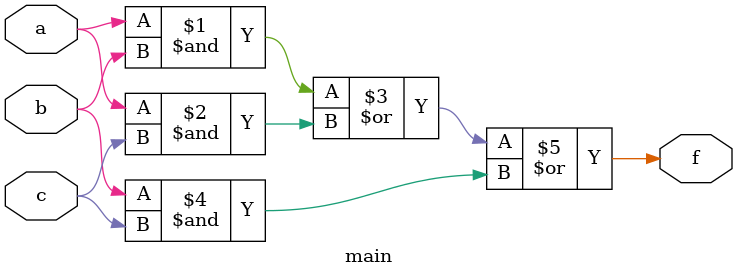
<source format=v>
`timescale 1ns / 1ps


module main(
    input a,b,c,
    output f
    );

    assign f= a&b | a&c| b&c;
    
endmodule

</source>
